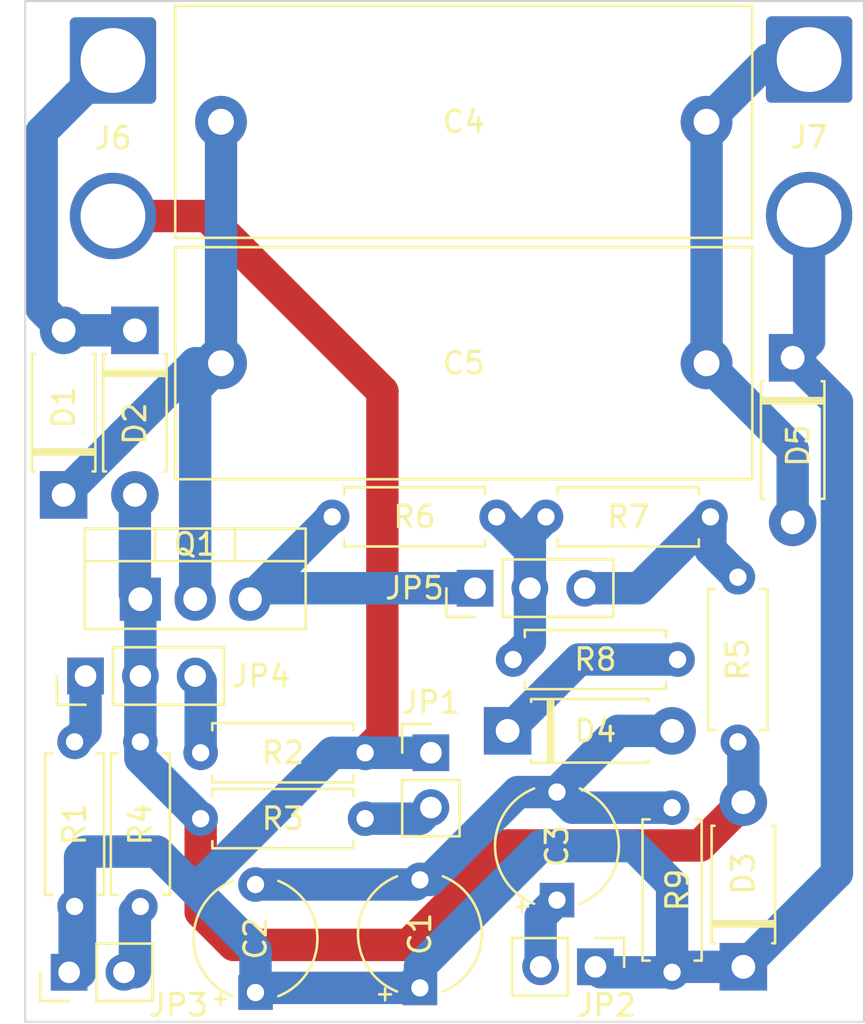
<source format=kicad_pcb>
(kicad_pcb (version 20221018) (generator pcbnew)
  (layers (0 "F.Cu" signal) (31 "B.Cu" signal) (34 "B.Paste" user) (35 "F.Paste" user) (36 "B.SilkS" user "B.Silkscreen") (37 "F.SilkS" user "F.Silkscreen") (38 "B.Mask" user) (39 "F.Mask" user) (44 "Edge.Cuts" user))
  (net 0 "")
  (net 1 "GND")
  (net 2 "Net-(D4-A)")
  (net 3 "Net-(JP2-B)")
  (net 4 "Net-(D1-K)")
  (net 5 "Net-(D5-A)")
  (net 6 "Net-(D1-A)")
  (net 7 "Net-(D2-A)")
  (net 8 "Net-(D4-K)")
  (net 9 "Net-(JP1-B)")
  (net 10 "Net-(JP3-B)")
  (net 11 "Net-(JP4-A)")
  (net 12 "Net-(JP4-B)")
  (net 13 "Net-(JP5-A)")
  (net 14 "Net-(JP5-C)")
  (net 15 "Net-(JP5-B)")
  (footprint "Connector_Wire:SolderWire-2.5sqmm_1x02_P7.2mm_D2.4mm_OD3.6mm" (layer "F.Cu") (at 117.348 64.726 -90)
    (fp_text reference "J6" (at 3.6 0 -180) (layer "F.SilkS"))
    (fp_text value "MAG")
    (pad "1" thru_hole roundrect (at 0 0 270) (size 4 4) (drill 3) (layers "*.Cu" "*.Mask") (roundrect_rratio 0.0625) (net 6 "Net-(D1-A)"))
    (pad "2" thru_hole circle (at 7.2 0 270) (size 4 4) (drill 3) (layers "*.Cu" "*.Mask") (net 1 "GND"))
  )
  (footprint "Connector_Wire:SolderWire-2.5sqmm_1x02_P7.2mm_D2.4mm_OD3.6mm" (layer "F.Cu") (at 149.606 64.682 -90)
    (fp_text reference "J7" (at 3.6 0 -180) (layer "F.SilkS"))
    (fp_text value "COIL")
    (pad "1" thru_hole roundrect (at 0 0 270) (size 4 4) (drill 3) (layers "*.Cu" "*.Mask") (roundrect_rratio 0.0625) (net 5 "Net-(D5-A)"))
    (pad "2" thru_hole circle (at 7.2 0 270) (size 4 4) (drill 3) (layers "*.Cu" "*.Mask") (net 1 "GND"))
  )
  (footprint "Connector_PinHeader_2.54mm:PinHeader_1x02_P2.54mm_Vertical" (layer "F.Cu") (at 115.316 106.934 90)
    (fp_text reference "JP3" (at -1.524 5.08 180) (layer "F.SilkS"))
    (fp_text value "JP3")
    (fp_line (start -1.33 -1.33) (end 0 -1.33) (stroke (width 0.12)) (layer "F.SilkS"))
    (fp_line (start -1.33 0) (end -1.33 -1.33) (stroke (width 0.12)) (layer "F.SilkS"))
    (fp_line (start -1.33 1.27) (end -1.33 3.87) (stroke (width 0.12)) (layer "F.SilkS"))
    (fp_line (start -1.33 1.27) (end 1.33 1.27) (stroke (width 0.12)) (layer "F.SilkS"))
    (fp_line (start -1.33 3.87) (end 1.33 3.87) (stroke (width 0.12)) (layer "F.SilkS"))
    (fp_line (start 1.33 1.27) (end 1.33 3.87) (stroke (width 0.12)) (layer "F.SilkS"))
    (pad "1" thru_hole rect (at 0 0 90) (size 1.7 1.7) (drill 1) (layers "*.Cu" "*.Mask") (net 1 "GND"))
    (pad "2" thru_hole oval (at 0 2.54 90) (size 1.7 1.7) (drill 1) (layers "*.Cu" "*.Mask") (net 10 "Net-(JP3-B)"))
  )
  (footprint "Resistor_THT:R_Axial_DIN0207_L6.3mm_D2.5mm_P7.62mm_Horizontal" (layer "F.Cu") (at 143.256 99.314 -90)
    (fp_text reference "R9" (at 3.81 -0.254 90) (layer "F.SilkS"))
    (fp_text value "760")
    (fp_line (start 0.54 -1.37) (end 7.08 -1.37) (stroke (width 0.12)) (layer "F.SilkS"))
    (fp_line (start 0.54 -1.04) (end 0.54 -1.37) (stroke (width 0.12)) (layer "F.SilkS"))
    (fp_line (start 0.54 1.04) (end 0.54 1.37) (stroke (width 0.12)) (layer "F.SilkS"))
    (fp_line (start 0.54 1.37) (end 7.08 1.37) (stroke (width 0.12)) (layer "F.SilkS"))
    (fp_line (start 7.08 -1.37) (end 7.08 -1.04) (stroke (width 0.12)) (layer "F.SilkS"))
    (fp_line (start 7.08 1.37) (end 7.08 1.04) (stroke (width 0.12)) (layer "F.SilkS"))
    (pad "1" thru_hole circle (at 0 0 270) (size 1.6 1.6) (drill 0.8) (layers "*.Cu" "*.Mask") (net 2 "Net-(D4-A)"))
    (pad "2" thru_hole oval (at 7.62 0 270) (size 1.6 1.6) (drill 0.8) (layers "*.Cu" "*.Mask") (net 1 "GND"))
  )
  (footprint "Resistor_THT:R_Axial_DIN0207_L6.3mm_D2.5mm_P7.62mm_Horizontal" (layer "F.Cu") (at 118.618 96.266 -90)
    (fp_text reference "R4" (at 3.81 0 90) (layer "F.SilkS"))
    (fp_text value "220")
    (fp_line (start 0.54 -1.37) (end 7.08 -1.37) (stroke (width 0.12)) (layer "F.SilkS"))
    (fp_line (start 0.54 -1.04) (end 0.54 -1.37) (stroke (width 0.12)) (layer "F.SilkS"))
    (fp_line (start 0.54 1.04) (end 0.54 1.37) (stroke (width 0.12)) (layer "F.SilkS"))
    (fp_line (start 0.54 1.37) (end 7.08 1.37) (stroke (width 0.12)) (layer "F.SilkS"))
    (fp_line (start 7.08 -1.37) (end 7.08 -1.04) (stroke (width 0.12)) (layer "F.SilkS"))
    (fp_line (start 7.08 1.37) (end 7.08 1.04) (stroke (width 0.12)) (layer "F.SilkS"))
    (pad "1" thru_hole circle (at 0 0 270) (size 1.6 1.6) (drill 0.8) (layers "*.Cu" "*.Mask") (net 7 "Net-(D2-A)"))
    (pad "2" thru_hole oval (at 7.62 0 270) (size 1.6 1.6) (drill 0.8) (layers "*.Cu" "*.Mask") (net 10 "Net-(JP3-B)"))
  )
  (footprint "Resistor_THT:R_Axial_DIN0207_L6.3mm_D2.5mm_P7.62mm_Horizontal" (layer "F.Cu") (at 145.034 85.852 180)
    (fp_text reference "R7" (at 3.81 0) (layer "F.SilkS"))
    (fp_text value "390")
    (fp_line (start 0.54 -1.37) (end 7.08 -1.37) (stroke (width 0.12)) (layer "F.SilkS"))
    (fp_line (start 0.54 -1.04) (end 0.54 -1.37) (stroke (width 0.12)) (layer "F.SilkS"))
    (fp_line (start 0.54 1.04) (end 0.54 1.37) (stroke (width 0.12)) (layer "F.SilkS"))
    (fp_line (start 0.54 1.37) (end 7.08 1.37) (stroke (width 0.12)) (layer "F.SilkS"))
    (fp_line (start 7.08 -1.37) (end 7.08 -1.04) (stroke (width 0.12)) (layer "F.SilkS"))
    (fp_line (start 7.08 1.37) (end 7.08 1.04) (stroke (width 0.12)) (layer "F.SilkS"))
    (pad "1" thru_hole circle (at 0 0 180) (size 1.6 1.6) (drill 0.8) (layers "*.Cu" "*.Mask") (net 15 "Net-(JP5-B)"))
    (pad "2" thru_hole oval (at 7.62 0 180) (size 1.6 1.6) (drill 0.8) (layers "*.Cu" "*.Mask") (net 14 "Net-(JP5-C)"))
  )
  (footprint "Diode_THT:D_DO-41_SOD81_P7.62mm_Horizontal" (layer "F.Cu") (at 135.636 95.758)
    (fp_text reference "D4" (at 4.064 0) (layer "F.SilkS"))
    (fp_text value "1N4007")
    (fp_line (start 1.09 -1.47) (end 6.53 -1.47) (stroke (width 0.12)) (layer "F.SilkS"))
    (fp_line (start 1.09 -1.34) (end 1.09 -1.47) (stroke (width 0.12)) (layer "F.SilkS"))
    (fp_line (start 1.09 1.34) (end 1.09 1.47) (stroke (width 0.12)) (layer "F.SilkS"))
    (fp_line (start 1.09 1.47) (end 6.53 1.47) (stroke (width 0.12)) (layer "F.SilkS"))
    (fp_line (start 1.87 -1.47) (end 1.87 1.47) (stroke (width 0.12)) (layer "F.SilkS"))
    (fp_line (start 1.99 -1.47) (end 1.99 1.47) (stroke (width 0.12)) (layer "F.SilkS"))
    (fp_line (start 2.11 -1.47) (end 2.11 1.47) (stroke (width 0.12)) (layer "F.SilkS"))
    (fp_line (start 6.53 -1.47) (end 6.53 -1.34) (stroke (width 0.12)) (layer "F.SilkS"))
    (fp_line (start 6.53 1.47) (end 6.53 1.34) (stroke (width 0.12)) (layer "F.SilkS"))
    (pad "1" thru_hole rect (at 0 0) (size 2.2 2.2) (drill 1.1) (layers "*.Cu" "*.Mask") (net 8 "Net-(D4-K)"))
    (pad "2" thru_hole oval (at 7.62 0) (size 2.2 2.2) (drill 1.1) (layers "*.Cu" "*.Mask") (net 2 "Net-(D4-A)"))
  )
  (footprint "Connector_PinHeader_2.54mm:PinHeader_1x02_P2.54mm_Vertical" (layer "F.Cu") (at 132.08 96.769)
    (fp_text reference "JP1" (at 0 -2.33) (layer "F.SilkS"))
    (fp_text value "JP1")
    (fp_line (start -1.33 -1.33) (end 0 -1.33) (stroke (width 0.12)) (layer "F.SilkS"))
    (fp_line (start -1.33 0) (end -1.33 -1.33) (stroke (width 0.12)) (layer "F.SilkS"))
    (fp_line (start -1.33 1.27) (end -1.33 3.87) (stroke (width 0.12)) (layer "F.SilkS"))
    (fp_line (start -1.33 1.27) (end 1.33 1.27) (stroke (width 0.12)) (layer "F.SilkS"))
    (fp_line (start -1.33 3.87) (end 1.33 3.87) (stroke (width 0.12)) (layer "F.SilkS"))
    (fp_line (start 1.33 1.27) (end 1.33 3.87) (stroke (width 0.12)) (layer "F.SilkS"))
    (pad "1" thru_hole rect (at 0 0) (size 1.7 1.7) (drill 1) (layers "*.Cu" "*.Mask") (net 1 "GND"))
    (pad "2" thru_hole oval (at 0 2.54) (size 1.7 1.7) (drill 1) (layers "*.Cu" "*.Mask") (net 9 "Net-(JP1-B)"))
  )
  (footprint "Resistor_THT:R_Axial_DIN0207_L6.3mm_D2.5mm_P7.62mm_Horizontal" (layer "F.Cu") (at 121.412 96.774)
    (fp_text reference "R2" (at 3.81 0) (layer "F.SilkS"))
    (fp_text value "27")
    (fp_line (start 0.54 -1.37) (end 7.08 -1.37) (stroke (width 0.12)) (layer "F.SilkS"))
    (fp_line (start 0.54 -1.04) (end 0.54 -1.37) (stroke (width 0.12)) (layer "F.SilkS"))
    (fp_line (start 0.54 1.04) (end 0.54 1.37) (stroke (width 0.12)) (layer "F.SilkS"))
    (fp_line (start 0.54 1.37) (end 7.08 1.37) (stroke (width 0.12)) (layer "F.SilkS"))
    (fp_line (start 7.08 -1.37) (end 7.08 -1.04) (stroke (width 0.12)) (layer "F.SilkS"))
    (fp_line (start 7.08 1.37) (end 7.08 1.04) (stroke (width 0.12)) (layer "F.SilkS"))
    (pad "1" thru_hole circle (at 0 0) (size 1.6 1.6) (drill 0.8) (layers "*.Cu" "*.Mask") (net 12 "Net-(JP4-B)"))
    (pad "2" thru_hole oval (at 7.62 0) (size 1.6 1.6) (drill 0.8) (layers "*.Cu" "*.Mask") (net 1 "GND"))
  )
  (footprint "Resistor_THT:R_Axial_DIN0207_L6.3mm_D2.5mm_P7.62mm_Horizontal" (layer "F.Cu") (at 127.508 85.852)
    (fp_text reference "R6" (at 3.81 0) (layer "F.SilkS"))
    (fp_text value "100")
    (fp_line (start 0.54 -1.37) (end 7.08 -1.37) (stroke (width 0.12)) (layer "F.SilkS"))
    (fp_line (start 0.54 -1.04) (end 0.54 -1.37) (stroke (width 0.12)) (layer "F.SilkS"))
    (fp_line (start 0.54 1.04) (end 0.54 1.37) (stroke (width 0.12)) (layer "F.SilkS"))
    (fp_line (start 0.54 1.37) (end 7.08 1.37) (stroke (width 0.12)) (layer "F.SilkS"))
    (fp_line (start 7.08 -1.37) (end 7.08 -1.04) (stroke (width 0.12)) (layer "F.SilkS"))
    (fp_line (start 7.08 1.37) (end 7.08 1.04) (stroke (width 0.12)) (layer "F.SilkS"))
    (pad "1" thru_hole circle (at 0 0) (size 1.6 1.6) (drill 0.8) (layers "*.Cu" "*.Mask") (net 13 "Net-(JP5-A)"))
    (pad "2" thru_hole oval (at 7.62 0) (size 1.6 1.6) (drill 0.8) (layers "*.Cu" "*.Mask") (net 14 "Net-(JP5-C)"))
  )
  (footprint "Package_TO_SOT_THT:TO-220-3_Vertical" (layer "F.Cu") (at 118.618 89.662)
    (fp_text reference "Q1" (at 2.54 -2.54) (layer "F.SilkS"))
    (fp_text value "TIC106")
    (fp_line (start -2.58 -3.27) (end -2.58 1.371) (stroke (width 0.12)) (layer "F.SilkS"))
    (fp_line (start -2.58 -3.27) (end 7.66 -3.27) (stroke (width 0.12)) (layer "F.SilkS"))
    (fp_line (start -2.58 -1.76) (end 7.66 -1.76) (stroke (width 0.12)) (layer "F.SilkS"))
    (fp_line (start -2.58 1.371) (end 7.66 1.371) (stroke (width 0.12)) (layer "F.SilkS"))
    (fp_line (start 0.69 -3.27) (end 0.69 -1.76) (stroke (width 0.12)) (layer "F.SilkS"))
    (fp_line (start 4.391 -3.27) (end 4.391 -1.76) (stroke (width 0.12)) (layer "F.SilkS"))
    (fp_line (start 7.66 -3.27) (end 7.66 1.371) (stroke (width 0.12)) (layer "F.SilkS"))
    (pad "1" thru_hole rect (at 0 0) (size 1.905 2) (drill 1.1) (layers "*.Cu" "*.Mask") (net 7 "Net-(D2-A)"))
    (pad "2" thru_hole oval (at 2.54 0) (size 1.905 2) (drill 1.1) (layers "*.Cu" "*.Mask") (net 4 "Net-(D1-K)"))
    (pad "3" thru_hole oval (at 5.08 0) (size 1.905 2) (drill 1.1) (layers "*.Cu" "*.Mask") (net 13 "Net-(JP5-A)"))
  )
  (footprint "Connector_PinHeader_2.54mm:PinHeader_1x03_P2.54mm_Vertical" (layer "F.Cu") (at 134.127 89.154 90)
    (fp_text reference "JP5" (at 0 -2.809 180) (layer "F.SilkS"))
    (fp_text value "JP5")
    (fp_line (start -1.33 -1.33) (end 0 -1.33) (stroke (width 0.12)) (layer "F.SilkS"))
    (fp_line (start -1.33 0) (end -1.33 -1.33) (stroke (width 0.12)) (layer "F.SilkS"))
    (fp_line (start -1.33 1.27) (end -1.33 6.41) (stroke (width 0.12)) (layer "F.SilkS"))
    (fp_line (start -1.33 1.27) (end 1.33 1.27) (stroke (width 0.12)) (layer "F.SilkS"))
    (fp_line (start -1.33 6.41) (end 1.33 6.41) (stroke (width 0.12)) (layer "F.SilkS"))
    (fp_line (start 1.33 1.27) (end 1.33 6.41) (stroke (width 0.12)) (layer "F.SilkS"))
    (pad "1" thru_hole rect (at 0 0 90) (size 1.7 1.7) (drill 1) (layers "*.Cu" "*.Mask") (net 13 "Net-(JP5-A)"))
    (pad "2" thru_hole oval (at 0 2.54 90) (size 1.7 1.7) (drill 1) (layers "*.Cu" "*.Mask") (net 14 "Net-(JP5-C)"))
    (pad "3" thru_hole oval (at 0 5.08 90) (size 1.7 1.7) (drill 1) (layers "*.Cu" "*.Mask") (net 15 "Net-(JP5-B)"))
  )
  (footprint "Diode_THT:D_DO-41_SOD81_P7.62mm_Horizontal" (layer "F.Cu") (at 118.364 77.216 -90)
    (fp_text reference "D2" (at 4.318 0 90) (layer "F.SilkS"))
    (fp_text value "1N4007")
    (fp_line (start 1.09 -1.47) (end 6.53 -1.47) (stroke (width 0.12)) (layer "F.SilkS"))
    (fp_line (start 1.09 -1.34) (end 1.09 -1.47) (stroke (width 0.12)) (layer "F.SilkS"))
    (fp_line (start 1.09 1.34) (end 1.09 1.47) (stroke (width 0.12)) (layer "F.SilkS"))
    (fp_line (start 1.09 1.47) (end 6.53 1.47) (stroke (width 0.12)) (layer "F.SilkS"))
    (fp_line (start 1.87 -1.47) (end 1.87 1.47) (stroke (width 0.12)) (layer "F.SilkS"))
    (fp_line (start 1.99 -1.47) (end 1.99 1.47) (stroke (width 0.12)) (layer "F.SilkS"))
    (fp_line (start 2.11 -1.47) (end 2.11 1.47) (stroke (width 0.12)) (layer "F.SilkS"))
    (fp_line (start 6.53 -1.47) (end 6.53 -1.34) (stroke (width 0.12)) (layer "F.SilkS"))
    (fp_line (start 6.53 1.47) (end 6.53 1.34) (stroke (width 0.12)) (layer "F.SilkS"))
    (pad "1" thru_hole rect (at 0 0 270) (size 2.2 2.2) (drill 1.1) (layers "*.Cu" "*.Mask") (net 6 "Net-(D1-A)"))
    (pad "2" thru_hole oval (at 7.62 0 270) (size 2.2 2.2) (drill 1.1) (layers "*.Cu" "*.Mask") (net 7 "Net-(D2-A)"))
  )
  (footprint "Resistor_THT:R_Axial_DIN0207_L6.3mm_D2.5mm_P7.62mm_Horizontal" (layer "F.Cu") (at 115.57 96.266 -90)
    (fp_text reference "R1" (at 3.81 0 90) (layer "F.SilkS"))
    (fp_text value "16")
    (fp_line (start 0.54 -1.37) (end 7.08 -1.37) (stroke (width 0.12)) (layer "F.SilkS"))
    (fp_line (start 0.54 -1.04) (end 0.54 -1.37) (stroke (width 0.12)) (layer "F.SilkS"))
    (fp_line (start 0.54 1.04) (end 0.54 1.37) (stroke (width 0.12)) (layer "F.SilkS"))
    (fp_line (start 0.54 1.37) (end 7.08 1.37) (stroke (width 0.12)) (layer "F.SilkS"))
    (fp_line (start 7.08 -1.37) (end 7.08 -1.04) (stroke (width 0.12)) (layer "F.SilkS"))
    (fp_line (start 7.08 1.37) (end 7.08 1.04) (stroke (width 0.12)) (layer "F.SilkS"))
    (pad "1" thru_hole circle (at 0 0 270) (size 1.6 1.6) (drill 0.8) (layers "*.Cu" "*.Mask") (net 11 "Net-(JP4-A)"))
    (pad "2" thru_hole oval (at 7.62 0 270) (size 1.6 1.6) (drill 0.8) (layers "*.Cu" "*.Mask") (net 1 "GND"))
  )
  (footprint "Capacitor_THT:CP_Radial_Tantal_D5.5mm_P5.00mm" (layer "F.Cu") (at 137.922 103.592 90)
    (fp_text reference "C3" (at 2.5 0 90) (layer "F.SilkS"))
    (fp_text value "0.47u 35v")
    (fp_line (start -0.572262 -1.615) (end -0.022262 -1.615) (stroke (width 0.12)) (layer "F.SilkS"))
    (fp_line (start -0.297262 -1.89) (end -0.297262 -1.34) (stroke (width 0.12)) (layer "F.SilkS"))
    (fp_arc (start -0.167077 -1.06) (mid 2.5 -2.87) (end 5.167077 -1.06) (stroke (width 0.12)) (layer "F.SilkS"))
    (fp_arc (start 5.167077 1.06) (mid 2.5 2.87) (end -0.167077 1.06) (stroke (width 0.12)) (layer "F.SilkS"))
    (pad "1" thru_hole rect (at 0 0 90) (size 1.6 1.6) (drill 0.8) (layers "*.Cu" "*.Mask") (net 3 "Net-(JP2-B)"))
    (pad "2" thru_hole circle (at 5 0 90) (size 1.6 1.6) (drill 0.8) (layers "*.Cu" "*.Mask") (net 2 "Net-(D4-A)"))
  )
  (footprint "Diode_THT:D_DO-41_SOD81_P7.62mm_Horizontal" (layer "F.Cu") (at 148.844 78.486 -90)
    (fp_text reference "D5" (at 4.064 -0.254 90) (layer "F.SilkS"))
    (fp_text value "1N4007")
    (fp_line (start 1.09 -1.47) (end 6.53 -1.47) (stroke (width 0.12)) (layer "F.SilkS"))
    (fp_line (start 1.09 -1.34) (end 1.09 -1.47) (stroke (width 0.12)) (layer "F.SilkS"))
    (fp_line (start 1.09 1.34) (end 1.09 1.47) (stroke (width 0.12)) (layer "F.SilkS"))
    (fp_line (start 1.09 1.47) (end 6.53 1.47) (stroke (width 0.12)) (layer "F.SilkS"))
    (fp_line (start 1.87 -1.47) (end 1.87 1.47) (stroke (width 0.12)) (layer "F.SilkS"))
    (fp_line (start 1.99 -1.47) (end 1.99 1.47) (stroke (width 0.12)) (layer "F.SilkS"))
    (fp_line (start 2.11 -1.47) (end 2.11 1.47) (stroke (width 0.12)) (layer "F.SilkS"))
    (fp_line (start 6.53 -1.47) (end 6.53 -1.34) (stroke (width 0.12)) (layer "F.SilkS"))
    (fp_line (start 6.53 1.47) (end 6.53 1.34) (stroke (width 0.12)) (layer "F.SilkS"))
    (pad "1" thru_hole rect (at 0 0 270) (size 2.2 2.2) (drill 1.1) (layers "*.Cu" "*.Mask") (net 1 "GND"))
    (pad "2" thru_hole oval (at 7.62 0 270) (size 2.2 2.2) (drill 1.1) (layers "*.Cu" "*.Mask") (net 5 "Net-(D5-A)"))
  )
  (footprint "Capacitor_THT:CP_Radial_Tantal_D5.5mm_P5.00mm" (layer "F.Cu") (at 123.952 107.87 90)
    (fp_text reference "C2" (at 2.5 0 90) (layer "F.SilkS"))
    (fp_text value "0.47u 35v")
    (fp_line (start -0.572262 -1.615) (end -0.022262 -1.615) (stroke (width 0.12)) (layer "F.SilkS"))
    (fp_line (start -0.297262 -1.89) (end -0.297262 -1.34) (stroke (width 0.12)) (layer "F.SilkS"))
    (fp_arc (start -0.167077 -1.06) (mid 2.5 -2.87) (end 5.167077 -1.06) (stroke (width 0.12)) (layer "F.SilkS"))
    (fp_arc (start 5.167077 1.06) (mid 2.5 2.87) (end -0.167077 1.06) (stroke (width 0.12)) (layer "F.SilkS"))
    (pad "1" thru_hole rect (at 0 0 90) (size 1.6 1.6) (drill 0.8) (layers "*.Cu" "*.Mask") (net 1 "GND"))
    (pad "2" thru_hole circle (at 5 0 90) (size 1.6 1.6) (drill 0.8) (layers "*.Cu" "*.Mask") (net 2 "Net-(D4-A)"))
  )
  (footprint "Resistor_THT:R_Axial_DIN0207_L6.3mm_D2.5mm_P7.62mm_Horizontal" (layer "F.Cu") (at 146.304 88.646 -90)
    (fp_text reference "R5" (at 3.81 0 90) (layer "F.SilkS"))
    (fp_text value "1k")
    (fp_line (start 0.54 -1.37) (end 7.08 -1.37) (stroke (width 0.12)) (layer "F.SilkS"))
    (fp_line (start 0.54 -1.04) (end 0.54 -1.37) (stroke (width 0.12)) (layer "F.SilkS"))
    (fp_line (start 0.54 1.04) (end 0.54 1.37) (stroke (width 0.12)) (layer "F.SilkS"))
    (fp_line (start 0.54 1.37) (end 7.08 1.37) (stroke (width 0.12)) (layer "F.SilkS"))
    (fp_line (start 7.08 -1.37) (end 7.08 -1.04) (stroke (width 0.12)) (layer "F.SilkS"))
    (fp_line (start 7.08 1.37) (end 7.08 1.04) (stroke (width 0.12)) (layer "F.SilkS"))
    (pad "1" thru_hole circle (at 0 0 270) (size 1.6 1.6) (drill 0.8) (layers "*.Cu" "*.Mask") (net 15 "Net-(JP5-B)"))
    (pad "2" thru_hole oval (at 7.62 0 270) (size 1.6 1.6) (drill 0.8) (layers "*.Cu" "*.Mask") (net 7 "Net-(D2-A)"))
  )
  (footprint "Capacitor_THT:C_Rect_L26.5mm_W10.5mm_P22.50mm_MKS4" (layer "F.Cu") (at 122.354 67.564)
    (fp_text reference "C4" (at 11.25 0) (layer "F.SilkS"))
    (fp_text value "0.47u 275 VAC")
    (fp_line (start -2.12 -5.37) (end -2.12 5.37) (stroke (width 0.12)) (layer "F.SilkS"))
    (fp_line (start -2.12 -5.37) (end 24.62 -5.37) (stroke (width 0.12)) (layer "F.SilkS"))
    (fp_line (start -2.12 5.37) (end 24.62 5.37) (stroke (width 0.12)) (layer "F.SilkS"))
    (fp_line (start 24.62 -5.37) (end 24.62 5.37) (stroke (width 0.12)) (layer "F.SilkS"))
    (pad "1" thru_hole circle (at 0 0) (size 2.4 2.4) (drill 1.2) (layers "*.Cu" "*.Mask") (net 4 "Net-(D1-K)"))
    (pad "2" thru_hole circle (at 22.5 0) (size 2.4 2.4) (drill 1.2) (layers "*.Cu" "*.Mask") (net 5 "Net-(D5-A)"))
  )
  (footprint "Connector_PinHeader_2.54mm:PinHeader_1x02_P2.54mm_Vertical" (layer "F.Cu") (at 139.705 106.68 -90)
    (fp_text reference "JP2" (at 1.778 -0.503 -180) (layer "F.SilkS"))
    (fp_text value "JP2")
    (fp_line (start -1.33 -1.33) (end 0 -1.33) (stroke (width 0.12)) (layer "F.SilkS"))
    (fp_line (start -1.33 0) (end -1.33 -1.33) (stroke (width 0.12)) (layer "F.SilkS"))
    (fp_line (start -1.33 1.27) (end -1.33 3.87) (stroke (width 0.12)) (layer "F.SilkS"))
    (fp_line (start -1.33 1.27) (end 1.33 1.27) (stroke (width 0.12)) (layer "F.SilkS"))
    (fp_line (start -1.33 3.87) (end 1.33 3.87) (stroke (width 0.12)) (layer "F.SilkS"))
    (fp_line (start 1.33 1.27) (end 1.33 3.87) (stroke (width 0.12)) (layer "F.SilkS"))
    (pad "1" thru_hole rect (at 0 0 270) (size 1.7 1.7) (drill 1) (layers "*.Cu" "*.Mask") (net 1 "GND"))
    (pad "2" thru_hole oval (at 0 2.54 270) (size 1.7 1.7) (drill 1) (layers "*.Cu" "*.Mask") (net 3 "Net-(JP2-B)"))
  )
  (footprint "Resistor_THT:R_Axial_DIN0207_L6.3mm_D2.5mm_P7.62mm_Horizontal" (layer "F.Cu") (at 121.412 99.822)
    (fp_text reference "R3" (at 3.81 0) (layer "F.SilkS"))
    (fp_text value "120")
    (fp_line (start 0.54 -1.37) (end 7.08 -1.37) (stroke (width 0.12)) (layer "F.SilkS"))
    (fp_line (start 0.54 -1.04) (end 0.54 -1.37) (stroke (width 0.12)) (layer "F.SilkS"))
    (fp_line (start 0.54 1.04) (end 0.54 1.37) (stroke (width 0.12)) (layer "F.SilkS"))
    (fp_line (start 0.54 1.37) (end 7.08 1.37) (stroke (width 0.12)) (layer "F.SilkS"))
    (fp_line (start 7.08 -1.37) (end 7.08 -1.04) (stroke (width 0.12)) (layer "F.SilkS"))
    (fp_line (start 7.08 1.37) (end 7.08 1.04) (stroke (width 0.12)) (layer "F.SilkS"))
    (pad "1" thru_hole circle (at 0 0) (size 1.6 1.6) (drill 0.8) (layers "*.Cu" "*.Mask") (net 7 "Net-(D2-A)"))
    (pad "2" thru_hole oval (at 7.62 0) (size 1.6 1.6) (drill 0.8) (layers "*.Cu" "*.Mask") (net 9 "Net-(JP1-B)"))
  )
  (footprint "Capacitor_THT:C_Rect_L26.5mm_W10.5mm_P22.50mm_MKS4" (layer "F.Cu") (at 122.354 78.74)
    (fp_text reference "C5" (at 11.25 0) (layer "F.SilkS"))
    (fp_text value "0.47u 275 VAC")
    (fp_line (start -2.12 -5.37) (end -2.12 5.37) (stroke (width 0.12)) (layer "F.SilkS"))
    (fp_line (start -2.12 -5.37) (end 24.62 -5.37) (stroke (width 0.12)) (layer "F.SilkS"))
    (fp_line (start -2.12 5.37) (end 24.62 5.37) (stroke (width 0.12)) (layer "F.SilkS"))
    (fp_line (start 24.62 -5.37) (end 24.62 5.37) (stroke (width 0.12)) (layer "F.SilkS"))
    (pad "1" thru_hole circle (at 0 0) (size 2.4 2.4) (drill 1.2) (layers "*.Cu" "*.Mask") (net 4 "Net-(D1-K)"))
    (pad "2" thru_hole circle (at 22.5 0) (size 2.4 2.4) (drill 1.2) (layers "*.Cu" "*.Mask") (net 5 "Net-(D5-A)"))
  )
  (footprint "Connector_PinHeader_2.54mm:PinHeader_1x03_P2.54mm_Vertical" (layer "F.Cu") (at 116.078 93.218 90)
    (fp_text reference "JP4" (at 0 8.128 180) (layer "F.SilkS"))
    (fp_text value "JP4")
    (fp_line (start -1.33 -1.33) (end 0 -1.33) (stroke (width 0.12)) (layer "F.SilkS"))
    (fp_line (start -1.33 0) (end -1.33 -1.33) (stroke (width 0.12)) (layer "F.SilkS"))
    (fp_line (start -1.33 1.27) (end -1.33 6.41) (stroke (width 0.12)) (layer "F.SilkS"))
    (fp_line (start -1.33 1.27) (end 1.33 1.27) (stroke (width 0.12)) (layer "F.SilkS"))
    (fp_line (start -1.33 6.41) (end 1.33 6.41) (stroke (width 0.12)) (layer "F.SilkS"))
    (fp_line (start 1.33 1.27) (end 1.33 6.41) (stroke (width 0.12)) (layer "F.SilkS"))
    (pad "1" thru_hole rect (at 0 0 90) (size 1.7 1.7) (drill 1) (layers "*.Cu" "*.Mask") (net 11 "Net-(JP4-A)"))
    (pad "2" thru_hole oval (at 0 2.54 90) (size 1.7 1.7) (drill 1) (layers "*.Cu" "*.Mask") (net 7 "Net-(D2-A)"))
    (pad "3" thru_hole oval (at 0 5.08 90) (size 1.7 1.7) (drill 1) (layers "*.Cu" "*.Mask") (net 12 "Net-(JP4-B)"))
  )
  (footprint "Capacitor_THT:CP_Radial_Tantal_D5.5mm_P5.00mm" (layer "F.Cu") (at 131.572 107.656 90)
    (fp_text reference "C1" (at 2.5 0 90) (layer "F.SilkS"))
    (fp_text value "4.7u 35v")
    (fp_line (start -0.572262 -1.615) (end -0.022262 -1.615) (stroke (width 0.12)) (layer "F.SilkS"))
    (fp_line (start -0.297262 -1.89) (end -0.297262 -1.34) (stroke (width 0.12)) (layer "F.SilkS"))
    (fp_arc (start -0.167077 -1.06) (mid 2.5 -2.87) (end 5.167077 -1.06) (stroke (width 0.12)) (layer "F.SilkS"))
    (fp_arc (start 5.167077 1.06) (mid 2.5 2.87) (end -0.167077 1.06) (stroke (width 0.12)) (layer "F.SilkS"))
    (pad "1" thru_hole rect (at 0 0 90) (size 1.6 1.6) (drill 0.8) (layers "*.Cu" "*.Mask") (net 1 "GND"))
    (pad "2" thru_hole circle (at 5 0 90) (size 1.6 1.6) (drill 0.8) (layers "*.Cu" "*.Mask") (net 2 "Net-(D4-A)"))
  )
  (footprint "Diode_THT:D_DO-41_SOD81_P7.62mm_Horizontal" (layer "F.Cu") (at 146.558 106.68 90)
    (fp_text reference "D3" (at 4.318 0 90) (layer "F.SilkS"))
    (fp_text value "1N4007")
    (fp_line (start 1.09 -1.47) (end 6.53 -1.47) (stroke (width 0.12)) (layer "F.SilkS"))
    (fp_line (start 1.09 -1.34) (end 1.09 -1.47) (stroke (width 0.12)) (layer "F.SilkS"))
    (fp_line (start 1.09 1.34) (end 1.09 1.47) (stroke (width 0.12)) (layer "F.SilkS"))
    (fp_line (start 1.09 1.47) (end 6.53 1.47) (stroke (width 0.12)) (layer "F.SilkS"))
    (fp_line (start 1.87 -1.47) (end 1.87 1.47) (stroke (width 0.12)) (layer "F.SilkS"))
    (fp_line (start 1.99 -1.47) (end 1.99 1.47) (stroke (width 0.12)) (layer "F.SilkS"))
    (fp_line (start 2.11 -1.47) (end 2.11 1.47) (stroke (width 0.12)) (layer "F.SilkS"))
    (fp_line (start 6.53 -1.47) (end 6.53 -1.34) (stroke (width 0.12)) (layer "F.SilkS"))
    (fp_line (start 6.53 1.47) (end 6.53 1.34) (stroke (width 0.12)) (layer "F.SilkS"))
    (pad "1" thru_hole rect (at 0 0 90) (size 2.2 2.2) (drill 1.1) (layers "*.Cu" "*.Mask") (net 1 "GND"))
    (pad "2" thru_hole oval (at 7.62 0 90) (size 2.2 2.2) (drill 1.1) (layers "*.Cu" "*.Mask") (net 7 "Net-(D2-A)"))
  )
  (footprint "Resistor_THT:R_Axial_DIN0207_L6.3mm_D2.5mm_P7.62mm_Horizontal" (layer "F.Cu") (at 143.51 92.456 180)
    (fp_text reference "R8" (at 3.81 0) (layer "F.SilkS"))
    (fp_text value "33")
    (fp_line (start 0.54 -1.37) (end 7.08 -1.37) (stroke (width 0.12)) (layer "F.SilkS"))
    (fp_line (start 0.54 -1.04) (end 0.54 -1.37) (stroke (width 0.12)) (layer "F.SilkS"))
    (fp_line (start 0.54 1.04) (end 0.54 1.37) (stroke (width 0.12)) (layer "F.SilkS"))
    (fp_line (start 0.54 1.37) (end 7.08 1.37) (stroke (width 0.12)) (layer "F.SilkS"))
    (fp_line (start 7.08 -1.37) (end 7.08 -1.04) (stroke (width 0.12)) (layer "F.SilkS"))
    (fp_line (start 7.08 1.37) (end 7.08 1.04) (stroke (width 0.12)) (layer "F.SilkS"))
    (pad "1" thru_hole circle (at 0 0 180) (size 1.6 1.6) (drill 0.8) (layers "*.Cu" "*.Mask") (net 8 "Net-(D4-K)"))
    (pad "2" thru_hole oval (at 7.62 0 180) (size 1.6 1.6) (drill 0.8) (layers "*.Cu" "*.Mask") (net 14 "Net-(JP5-C)"))
  )
  (footprint "Diode_THT:D_DO-41_SOD81_P7.62mm_Horizontal" (layer "F.Cu") (at 115.062 84.836 90)
    (fp_text reference "D1" (at 4.064 0 90) (layer "F.SilkS"))
    (fp_text value "1N4007")
    (fp_line (start 1.09 -1.47) (end 6.53 -1.47) (stroke (width 0.12)) (layer "F.SilkS"))
    (fp_line (start 1.09 -1.34) (end 1.09 -1.47) (stroke (width 0.12)) (layer "F.SilkS"))
    (fp_line (start 1.09 1.34) (end 1.09 1.47) (stroke (width 0.12)) (layer "F.SilkS"))
    (fp_line (start 1.09 1.47) (end 6.53 1.47) (stroke (width 0.12)) (layer "F.SilkS"))
    (fp_line (start 1.87 -1.47) (end 1.87 1.47) (stroke (width 0.12)) (layer "F.SilkS"))
    (fp_line (start 1.99 -1.47) (end 1.99 1.47) (stroke (width 0.12)) (layer "F.SilkS"))
    (fp_line (start 2.11 -1.47) (end 2.11 1.47) (stroke (width 0.12)) (layer "F.SilkS"))
    (fp_line (start 6.53 -1.47) (end 6.53 -1.34) (stroke (width 0.12)) (layer "F.SilkS"))
    (fp_line (start 6.53 1.47) (end 6.53 1.34) (stroke (width 0.12)) (layer "F.SilkS"))
    (pad "1" thru_hole rect (at 0 0 90) (size 2.2 2.2) (drill 1.1) (layers "*.Cu" "*.Mask") (net 4 "Net-(D1-K)"))
    (pad "2" thru_hole oval (at 7.62 0 90) (size 2.2 2.2) (drill 1.1) (layers "*.Cu" "*.Mask") (net 6 "Net-(D1-A)"))
  )
  (gr_rect (start 113.284 61.976) (end 152.146 109.22) (stroke (width 0.1)) (fill none) (layer "Edge.Cuts"))
  (segment (start 121.71 71.926) (end 117.348 71.926) (width 1.5) (layer "F.Cu") (net 1))
  (segment (start 129.831999 95.974001) (end 129.831999 80.047999) (width 1.5) (layer "F.Cu") (net 1))
  (segment (start 129.831999 80.047999) (end 121.71 71.926) (width 1.5) (layer "F.Cu") (net 1))
  (segment (start 129.032 96.774) (end 129.831999 95.974001) (width 1.5) (layer "F.Cu") (net 1))
  (segment (start 141.478 101.092) (end 137.16 101.092) (width 1.5) (layer "B.Cu") (net 1))
  (segment (start 119.38 101.346) (end 121.158 103.124) (width 1.5) (layer "B.Cu") (net 1))
  (segment (start 121.158 103.124) (end 123.952 105.918) (width 1.5) (layer "B.Cu") (net 1))
  (segment (start 115.824 101.6) (end 116.078 101.346) (width 1.5) (layer "B.Cu") (net 1))
  (segment (start 123.952 105.918) (end 123.952 107.87) (width 1.5) (layer "B.Cu") (net 1))
  (segment (start 115.824 106.934) (end 115.824 101.6) (width 1.5) (layer "B.Cu") (net 1))
  (segment (start 131.572 107.656) (end 124.166 107.656) (width 1.5) (layer "B.Cu") (net 1))
  (segment (start 143.51 106.68) (end 143.256 106.934) (width 1.5) (layer "B.Cu") (net 1))
  (segment (start 115.57 103.886) (end 115.57 106.68) (width 1.5) (layer "B.Cu") (net 1))
  (segment (start 150.894 80.536) (end 148.844 78.486) (width 1.5) (layer "B.Cu") (net 1))
  (segment (start 139.959 106.934) (end 139.705 106.68) (width 1.5) (layer "B.Cu") (net 1))
  (segment (start 146.558 106.68) (end 150.894 102.344) (width 1.5) (layer "B.Cu") (net 1))
  (segment (start 137.16 101.092) (end 131.572 106.68) (width 1.5) (layer "B.Cu") (net 1))
  (segment (start 143.256 102.87) (end 141.478 101.092) (width 1.5) (layer "B.Cu") (net 1))
  (segment (start 124.166 107.656) (end 123.952 107.87) (width 1.5) (layer "B.Cu") (net 1))
  (segment (start 149.606 77.724) (end 148.844 78.486) (width 1.5) (layer "B.Cu") (net 1))
  (segment (start 127.508 96.774) (end 121.158 103.124) (width 1.5) (layer "B.Cu") (net 1))
  (segment (start 146.558 106.68) (end 143.51 106.68) (width 1.5) (layer "B.Cu") (net 1))
  (segment (start 115.57 106.68) (end 115.824 106.934) (width 1.5) (layer "B.Cu") (net 1))
  (segment (start 143.256 106.934) (end 143.256 102.87) (width 1.5) (layer "B.Cu") (net 1))
  (segment (start 149.606 71.882) (end 149.606 77.724) (width 1.5) (layer "B.Cu") (net 1))
  (segment (start 129.032 96.774) (end 127.508 96.774) (width 1.5) (layer "B.Cu") (net 1))
  (segment (start 131.572 106.68) (end 131.572 107.656) (width 1.5) (layer "B.Cu") (net 1))
  (segment (start 116.078 101.346) (end 119.38 101.346) (width 1.5) (layer "B.Cu") (net 1))
  (segment (start 129.032 96.774) (end 132.075 96.774) (width 1.5) (layer "B.Cu") (net 1))
  (segment (start 143.256 106.934) (end 139.959 106.934) (width 1.5) (layer "B.Cu") (net 1))
  (segment (start 150.894 102.344) (end 150.894 80.536) (width 1.5) (layer "B.Cu") (net 1))
  (segment (start 132.04 102.656) (end 136.104 98.592) (width 1.5) (layer "B.Cu") (net 2))
  (segment (start 131.358 102.87) (end 131.572 102.656) (width 1.5) (layer "B.Cu") (net 2))
  (segment (start 138.644 99.314) (end 137.922 98.592) (width 1.5) (layer "B.Cu") (net 2))
  (segment (start 140.756 95.758) (end 137.922 98.592) (width 1.5) (layer "B.Cu") (net 2))
  (segment (start 143.256 95.758) (end 140.756 95.758) (width 1.5) (layer "B.Cu") (net 2))
  (segment (start 143.256 99.314) (end 138.644 99.314) (width 1.5) (layer "B.Cu") (net 2))
  (segment (start 123.952 102.87) (end 131.358 102.87) (width 1.5) (layer "B.Cu") (net 2))
  (segment (start 136.104 98.592) (end 137.922 98.592) (width 1.5) (layer "B.Cu") (net 2))
  (segment (start 131.572 102.656) (end 132.04 102.656) (width 1.5) (layer "B.Cu") (net 2))
  (segment (start 137.165 104.349) (end 137.165 106.68) (width 1.5) (layer "B.Cu") (net 3))
  (segment (start 137.922 103.592) (end 137.165 104.349) (width 1.5) (layer "B.Cu") (net 3))
  (segment (start 115.062 84.836) (end 121.158 78.74) (width 1.5) (layer "B.Cu") (net 4))
  (segment (start 121.158 79.936) (end 122.354 78.74) (width 1.5) (layer "B.Cu") (net 4))
  (segment (start 122.354 67.564) (end 122.354 78.74) (width 1.5) (layer "B.Cu") (net 4))
  (segment (start 121.158 78.74) (end 122.354 78.74) (width 1.5) (layer "B.Cu") (net 4))
  (segment (start 121.158 89.662) (end 121.158 79.936) (width 1.5) (layer "B.Cu") (net 4))
  (segment (start 148.844 86.106) (end 148.844 82.73) (width 1.5) (layer "B.Cu") (net 5))
  (segment (start 144.854 78.74) (end 144.854 67.564) (width 1.5) (layer "B.Cu") (net 5))
  (segment (start 149.606 64.682) (end 147.736 64.682) (width 1.5) (layer "B.Cu") (net 5))
  (segment (start 148.844 82.73) (end 144.854 78.74) (width 1.5) (layer "B.Cu") (net 5))
  (segment (start 147.736 64.682) (end 144.854 67.564) (width 1.5) (layer "B.Cu") (net 5))
  (segment (start 114.046 76.2) (end 115.062 77.216) (width 1.5) (layer "B.Cu") (net 6))
  (segment (start 115.062 77.216) (end 118.364 77.216) (width 1.5) (layer "B.Cu") (net 6))
  (segment (start 114.046 68.028) (end 114.046 76.2) (width 1.5) (layer "B.Cu") (net 6))
  (segment (start 117.348 64.726) (end 114.046 68.028) (width 1.5) (layer "B.Cu") (net 6))
  (segment (start 121.412 104.14) (end 121.412 99.822) (width 1.5) (layer "F.Cu") (net 7))
  (segment (start 146.558 99.06) (end 144.554 101.064) (width 1.5) (layer "F.Cu") (net 7))
  (segment (start 131.038874 105.664) (end 122.936 105.664) (width 1.5) (layer "F.Cu") (net 7))
  (segment (start 144.554 101.064) (end 135.638874 101.064) (width 1.5) (layer "F.Cu") (net 7))
  (segment (start 122.936 105.664) (end 121.412 104.14) (width 1.5) (layer "F.Cu") (net 7))
  (segment (start 135.638874 101.064) (end 131.038874 105.664) (width 1.5) (layer "F.Cu") (net 7))
  (segment (start 118.364 89.408) (end 118.618 89.662) (width 1.5) (layer "B.Cu") (net 7))
  (segment (start 121.412 99.822) (end 118.618 97.028) (width 1.5) (layer "B.Cu") (net 7))
  (segment (start 146.558 99.06) (end 146.558 96.52) (width 1.5) (layer "B.Cu") (net 7))
  (segment (start 118.364 84.836) (end 118.364 89.408) (width 1.5) (layer "B.Cu") (net 7))
  (segment (start 118.618 97.028) (end 118.618 96.266) (width 1.5) (layer "B.Cu") (net 7))
  (segment (start 146.558 96.52) (end 146.304 96.266) (width 1.5) (layer "B.Cu") (net 7))
  (segment (start 118.618 96.266) (end 118.618 89.662) (width 1.5) (layer "B.Cu") (net 7))
  (segment (start 135.636 95.758) (end 138.938 92.456) (width 1.5) (layer "B.Cu") (net 8))
  (segment (start 138.938 92.456) (end 143.51 92.456) (width 1.5) (layer "B.Cu") (net 8))
  (segment (start 129.032 99.822) (end 131.567 99.822) (width 1.5) (layer "B.Cu") (net 9))
  (segment (start 131.567 99.822) (end 132.08 99.309) (width 1.5) (layer "B.Cu") (net 9))
  (segment (start 118.364 104.14) (end 118.618 103.886) (width 1.5) (layer "B.Cu") (net 10))
  (segment (start 118.364 106.934) (end 118.364 104.14) (width 1.5) (layer "B.Cu") (net 10))
  (segment (start 116.078 93.218) (end 116.078 95.758) (width 1.5) (layer "B.Cu") (net 11))
  (segment (start 116.078 95.758) (end 115.57 96.266) (width 1.5) (layer "B.Cu") (net 11))
  (segment (start 121.412 96.774) (end 121.412 93.472) (width 1.5) (layer "B.Cu") (net 12))
  (segment (start 121.412 93.472) (end 121.158 93.218) (width 1.5) (layer "B.Cu") (net 12))
  (segment (start 124.206 89.154) (end 123.698 89.662) (width 1.5) (layer "B.Cu") (net 13))
  (segment (start 127.508 85.852) (end 123.698 89.662) (width 1.5) (layer "B.Cu") (net 13))
  (segment (start 134.127 89.154) (end 124.206 89.154) (width 1.5) (layer "B.Cu") (net 13))
  (segment (start 135.128 85.852) (end 136.667 87.391) (width 1.5) (layer "B.Cu") (net 14))
  (segment (start 136.667 91.679) (end 136.667 89.154) (width 1.5) (layer "B.Cu") (net 14))
  (segment (start 135.89 92.456) (end 136.667 91.679) (width 1.5) (layer "B.Cu") (net 14))
  (segment (start 136.667 87.391) (end 136.667 89.154) (width 1.5) (layer "B.Cu") (net 14))
  (segment (start 136.667 86.599) (end 136.667 87.391) (width 1.5) (layer "B.Cu") (net 14))
  (segment (start 137.414 85.852) (end 136.667 86.599) (width 1.5) (layer "B.Cu") (net 14))
  (segment (start 139.207 89.154) (end 141.732 89.154) (width 1.5) (layer "B.Cu") (net 15))
  (segment (start 141.732 89.154) (end 145.034 85.852) (width 1.5) (layer "B.Cu") (net 15))
  (segment (start 145.034 87.376) (end 146.304 88.646) (width 1.5) (layer "B.Cu") (net 15))
  (segment (start 145.034 85.852) (end 145.034 87.376) (width 1.5) (layer "B.Cu") (net 15))
)
</source>
